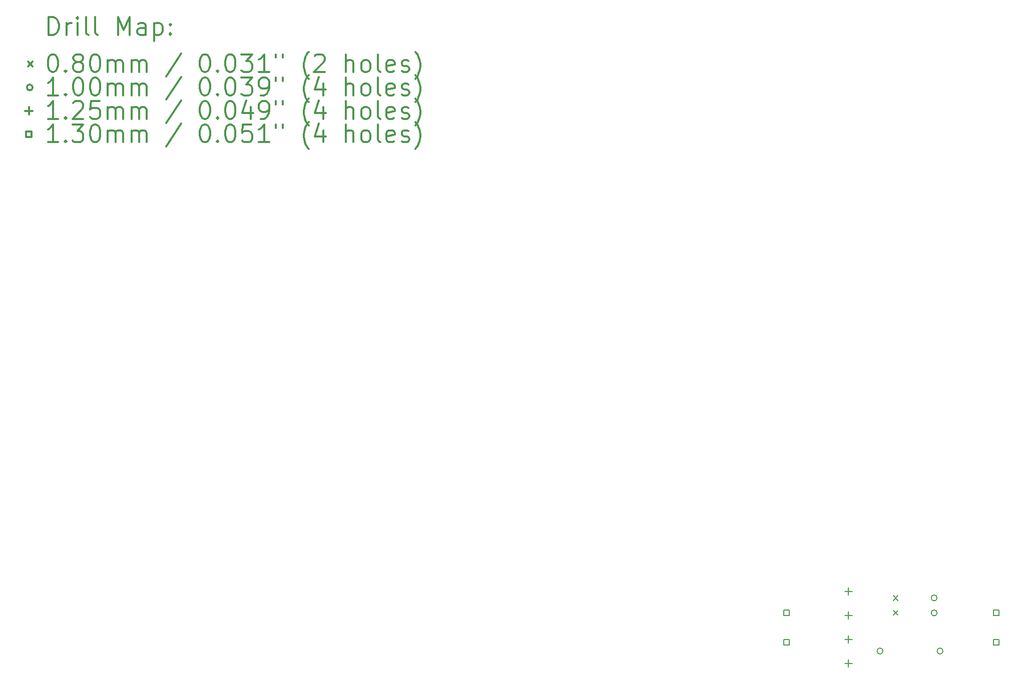
<source format=gbr>
%FSLAX45Y45*%
G04 Gerber Fmt 4.5, Leading zero omitted, Abs format (unit mm)*
G04 Created by KiCad (PCBNEW 4.0.1-stable) date 26/09/2016 11:32:56 a. m.*
%MOMM*%
G01*
G04 APERTURE LIST*
%ADD10C,0.127000*%
%ADD11C,0.200000*%
%ADD12C,0.300000*%
G04 APERTURE END LIST*
D10*
D11*
X14560000Y-9960000D02*
X14640000Y-10040000D01*
X14640000Y-9960000D02*
X14560000Y-10040000D01*
X14560000Y-10210000D02*
X14640000Y-10290000D01*
X14640000Y-10210000D02*
X14560000Y-10290000D01*
X14384038Y-10900000D02*
G75*
G03X14384038Y-10900000I-50038J0D01*
G01*
X15300038Y-10000000D02*
G75*
G03X15300038Y-10000000I-50038J0D01*
G01*
X15300038Y-10254000D02*
G75*
G03X15300038Y-10254000I-50038J0D01*
G01*
X15400038Y-10900000D02*
G75*
G03X15400038Y-10900000I-50038J0D01*
G01*
X13800000Y-9827916D02*
X13800000Y-9952884D01*
X13737516Y-9890400D02*
X13862484Y-9890400D01*
X13800000Y-10234316D02*
X13800000Y-10359284D01*
X13737516Y-10296800D02*
X13862484Y-10296800D01*
X13800000Y-10640716D02*
X13800000Y-10765684D01*
X13737516Y-10703200D02*
X13862484Y-10703200D01*
X13800000Y-11047116D02*
X13800000Y-11172084D01*
X13737516Y-11109600D02*
X13862484Y-11109600D01*
X12795962Y-10295962D02*
X12795962Y-10204038D01*
X12704038Y-10204038D01*
X12704038Y-10295962D01*
X12795962Y-10295962D01*
X12795962Y-10795962D02*
X12795962Y-10704038D01*
X12704038Y-10704038D01*
X12704038Y-10795962D01*
X12795962Y-10795962D01*
X16345962Y-10295962D02*
X16345962Y-10204038D01*
X16254038Y-10204038D01*
X16254038Y-10295962D01*
X16345962Y-10295962D01*
X16345962Y-10795962D02*
X16345962Y-10704038D01*
X16254038Y-10704038D01*
X16254038Y-10795962D01*
X16345962Y-10795962D01*
D12*
X271429Y-465714D02*
X271429Y-165714D01*
X342857Y-165714D01*
X385714Y-180000D01*
X414286Y-208571D01*
X428571Y-237143D01*
X442857Y-294286D01*
X442857Y-337143D01*
X428571Y-394286D01*
X414286Y-422857D01*
X385714Y-451429D01*
X342857Y-465714D01*
X271429Y-465714D01*
X571429Y-465714D02*
X571429Y-265714D01*
X571429Y-322857D02*
X585714Y-294286D01*
X600000Y-280000D01*
X628571Y-265714D01*
X657143Y-265714D01*
X757143Y-465714D02*
X757143Y-265714D01*
X757143Y-165714D02*
X742857Y-180000D01*
X757143Y-194286D01*
X771429Y-180000D01*
X757143Y-165714D01*
X757143Y-194286D01*
X942857Y-465714D02*
X914286Y-451429D01*
X900000Y-422857D01*
X900000Y-165714D01*
X1100000Y-465714D02*
X1071429Y-451429D01*
X1057143Y-422857D01*
X1057143Y-165714D01*
X1442857Y-465714D02*
X1442857Y-165714D01*
X1542857Y-380000D01*
X1642857Y-165714D01*
X1642857Y-465714D01*
X1914286Y-465714D02*
X1914286Y-308571D01*
X1900000Y-280000D01*
X1871429Y-265714D01*
X1814286Y-265714D01*
X1785714Y-280000D01*
X1914286Y-451429D02*
X1885714Y-465714D01*
X1814286Y-465714D01*
X1785714Y-451429D01*
X1771429Y-422857D01*
X1771429Y-394286D01*
X1785714Y-365714D01*
X1814286Y-351429D01*
X1885714Y-351429D01*
X1914286Y-337143D01*
X2057143Y-265714D02*
X2057143Y-565714D01*
X2057143Y-280000D02*
X2085714Y-265714D01*
X2142857Y-265714D01*
X2171429Y-280000D01*
X2185714Y-294286D01*
X2200000Y-322857D01*
X2200000Y-408571D01*
X2185714Y-437143D01*
X2171429Y-451429D01*
X2142857Y-465714D01*
X2085714Y-465714D01*
X2057143Y-451429D01*
X2328572Y-437143D02*
X2342857Y-451429D01*
X2328572Y-465714D01*
X2314286Y-451429D01*
X2328572Y-437143D01*
X2328572Y-465714D01*
X2328572Y-280000D02*
X2342857Y-294286D01*
X2328572Y-308571D01*
X2314286Y-294286D01*
X2328572Y-280000D01*
X2328572Y-308571D01*
X-80000Y-920000D02*
X0Y-1000000D01*
X0Y-920000D02*
X-80000Y-1000000D01*
X328571Y-795714D02*
X357143Y-795714D01*
X385714Y-810000D01*
X400000Y-824286D01*
X414286Y-852857D01*
X428571Y-910000D01*
X428571Y-981429D01*
X414286Y-1038571D01*
X400000Y-1067143D01*
X385714Y-1081429D01*
X357143Y-1095714D01*
X328571Y-1095714D01*
X300000Y-1081429D01*
X285714Y-1067143D01*
X271429Y-1038571D01*
X257143Y-981429D01*
X257143Y-910000D01*
X271429Y-852857D01*
X285714Y-824286D01*
X300000Y-810000D01*
X328571Y-795714D01*
X557143Y-1067143D02*
X571429Y-1081429D01*
X557143Y-1095714D01*
X542857Y-1081429D01*
X557143Y-1067143D01*
X557143Y-1095714D01*
X742857Y-924286D02*
X714286Y-910000D01*
X700000Y-895714D01*
X685714Y-867143D01*
X685714Y-852857D01*
X700000Y-824286D01*
X714286Y-810000D01*
X742857Y-795714D01*
X800000Y-795714D01*
X828571Y-810000D01*
X842857Y-824286D01*
X857143Y-852857D01*
X857143Y-867143D01*
X842857Y-895714D01*
X828571Y-910000D01*
X800000Y-924286D01*
X742857Y-924286D01*
X714286Y-938571D01*
X700000Y-952857D01*
X685714Y-981429D01*
X685714Y-1038571D01*
X700000Y-1067143D01*
X714286Y-1081429D01*
X742857Y-1095714D01*
X800000Y-1095714D01*
X828571Y-1081429D01*
X842857Y-1067143D01*
X857143Y-1038571D01*
X857143Y-981429D01*
X842857Y-952857D01*
X828571Y-938571D01*
X800000Y-924286D01*
X1042857Y-795714D02*
X1071429Y-795714D01*
X1100000Y-810000D01*
X1114286Y-824286D01*
X1128571Y-852857D01*
X1142857Y-910000D01*
X1142857Y-981429D01*
X1128571Y-1038571D01*
X1114286Y-1067143D01*
X1100000Y-1081429D01*
X1071429Y-1095714D01*
X1042857Y-1095714D01*
X1014286Y-1081429D01*
X1000000Y-1067143D01*
X985714Y-1038571D01*
X971429Y-981429D01*
X971429Y-910000D01*
X985714Y-852857D01*
X1000000Y-824286D01*
X1014286Y-810000D01*
X1042857Y-795714D01*
X1271429Y-1095714D02*
X1271429Y-895714D01*
X1271429Y-924286D02*
X1285714Y-910000D01*
X1314286Y-895714D01*
X1357143Y-895714D01*
X1385714Y-910000D01*
X1400000Y-938571D01*
X1400000Y-1095714D01*
X1400000Y-938571D02*
X1414286Y-910000D01*
X1442857Y-895714D01*
X1485714Y-895714D01*
X1514286Y-910000D01*
X1528571Y-938571D01*
X1528571Y-1095714D01*
X1671429Y-1095714D02*
X1671429Y-895714D01*
X1671429Y-924286D02*
X1685714Y-910000D01*
X1714286Y-895714D01*
X1757143Y-895714D01*
X1785714Y-910000D01*
X1800000Y-938571D01*
X1800000Y-1095714D01*
X1800000Y-938571D02*
X1814286Y-910000D01*
X1842857Y-895714D01*
X1885714Y-895714D01*
X1914286Y-910000D01*
X1928571Y-938571D01*
X1928571Y-1095714D01*
X2514286Y-781429D02*
X2257143Y-1167143D01*
X2900000Y-795714D02*
X2928571Y-795714D01*
X2957143Y-810000D01*
X2971428Y-824286D01*
X2985714Y-852857D01*
X3000000Y-910000D01*
X3000000Y-981429D01*
X2985714Y-1038571D01*
X2971428Y-1067143D01*
X2957143Y-1081429D01*
X2928571Y-1095714D01*
X2900000Y-1095714D01*
X2871428Y-1081429D01*
X2857143Y-1067143D01*
X2842857Y-1038571D01*
X2828571Y-981429D01*
X2828571Y-910000D01*
X2842857Y-852857D01*
X2857143Y-824286D01*
X2871428Y-810000D01*
X2900000Y-795714D01*
X3128571Y-1067143D02*
X3142857Y-1081429D01*
X3128571Y-1095714D01*
X3114286Y-1081429D01*
X3128571Y-1067143D01*
X3128571Y-1095714D01*
X3328571Y-795714D02*
X3357143Y-795714D01*
X3385714Y-810000D01*
X3400000Y-824286D01*
X3414286Y-852857D01*
X3428571Y-910000D01*
X3428571Y-981429D01*
X3414286Y-1038571D01*
X3400000Y-1067143D01*
X3385714Y-1081429D01*
X3357143Y-1095714D01*
X3328571Y-1095714D01*
X3300000Y-1081429D01*
X3285714Y-1067143D01*
X3271428Y-1038571D01*
X3257143Y-981429D01*
X3257143Y-910000D01*
X3271428Y-852857D01*
X3285714Y-824286D01*
X3300000Y-810000D01*
X3328571Y-795714D01*
X3528571Y-795714D02*
X3714286Y-795714D01*
X3614286Y-910000D01*
X3657143Y-910000D01*
X3685714Y-924286D01*
X3700000Y-938571D01*
X3714286Y-967143D01*
X3714286Y-1038571D01*
X3700000Y-1067143D01*
X3685714Y-1081429D01*
X3657143Y-1095714D01*
X3571428Y-1095714D01*
X3542857Y-1081429D01*
X3528571Y-1067143D01*
X4000000Y-1095714D02*
X3828571Y-1095714D01*
X3914286Y-1095714D02*
X3914286Y-795714D01*
X3885714Y-838571D01*
X3857143Y-867143D01*
X3828571Y-881429D01*
X4114286Y-795714D02*
X4114286Y-852857D01*
X4228571Y-795714D02*
X4228571Y-852857D01*
X4671429Y-1210000D02*
X4657143Y-1195714D01*
X4628571Y-1152857D01*
X4614286Y-1124286D01*
X4600000Y-1081429D01*
X4585714Y-1010000D01*
X4585714Y-952857D01*
X4600000Y-881429D01*
X4614286Y-838571D01*
X4628571Y-810000D01*
X4657143Y-767143D01*
X4671429Y-752857D01*
X4771429Y-824286D02*
X4785714Y-810000D01*
X4814286Y-795714D01*
X4885714Y-795714D01*
X4914286Y-810000D01*
X4928571Y-824286D01*
X4942857Y-852857D01*
X4942857Y-881429D01*
X4928571Y-924286D01*
X4757143Y-1095714D01*
X4942857Y-1095714D01*
X5300000Y-1095714D02*
X5300000Y-795714D01*
X5428571Y-1095714D02*
X5428571Y-938571D01*
X5414286Y-910000D01*
X5385714Y-895714D01*
X5342857Y-895714D01*
X5314286Y-910000D01*
X5300000Y-924286D01*
X5614286Y-1095714D02*
X5585714Y-1081429D01*
X5571429Y-1067143D01*
X5557143Y-1038571D01*
X5557143Y-952857D01*
X5571429Y-924286D01*
X5585714Y-910000D01*
X5614286Y-895714D01*
X5657143Y-895714D01*
X5685714Y-910000D01*
X5700000Y-924286D01*
X5714286Y-952857D01*
X5714286Y-1038571D01*
X5700000Y-1067143D01*
X5685714Y-1081429D01*
X5657143Y-1095714D01*
X5614286Y-1095714D01*
X5885714Y-1095714D02*
X5857143Y-1081429D01*
X5842857Y-1052857D01*
X5842857Y-795714D01*
X6114286Y-1081429D02*
X6085714Y-1095714D01*
X6028571Y-1095714D01*
X6000000Y-1081429D01*
X5985714Y-1052857D01*
X5985714Y-938571D01*
X6000000Y-910000D01*
X6028571Y-895714D01*
X6085714Y-895714D01*
X6114286Y-910000D01*
X6128571Y-938571D01*
X6128571Y-967143D01*
X5985714Y-995714D01*
X6242857Y-1081429D02*
X6271429Y-1095714D01*
X6328571Y-1095714D01*
X6357143Y-1081429D01*
X6371429Y-1052857D01*
X6371429Y-1038571D01*
X6357143Y-1010000D01*
X6328571Y-995714D01*
X6285714Y-995714D01*
X6257143Y-981429D01*
X6242857Y-952857D01*
X6242857Y-938571D01*
X6257143Y-910000D01*
X6285714Y-895714D01*
X6328571Y-895714D01*
X6357143Y-910000D01*
X6471428Y-1210000D02*
X6485714Y-1195714D01*
X6514286Y-1152857D01*
X6528571Y-1124286D01*
X6542857Y-1081429D01*
X6557143Y-1010000D01*
X6557143Y-952857D01*
X6542857Y-881429D01*
X6528571Y-838571D01*
X6514286Y-810000D01*
X6485714Y-767143D01*
X6471428Y-752857D01*
X0Y-1356000D02*
G75*
G03X0Y-1356000I-50038J0D01*
G01*
X428571Y-1491714D02*
X257143Y-1491714D01*
X342857Y-1491714D02*
X342857Y-1191714D01*
X314286Y-1234571D01*
X285714Y-1263143D01*
X257143Y-1277429D01*
X557143Y-1463143D02*
X571429Y-1477429D01*
X557143Y-1491714D01*
X542857Y-1477429D01*
X557143Y-1463143D01*
X557143Y-1491714D01*
X757143Y-1191714D02*
X785714Y-1191714D01*
X814286Y-1206000D01*
X828571Y-1220286D01*
X842857Y-1248857D01*
X857143Y-1306000D01*
X857143Y-1377429D01*
X842857Y-1434571D01*
X828571Y-1463143D01*
X814286Y-1477429D01*
X785714Y-1491714D01*
X757143Y-1491714D01*
X728571Y-1477429D01*
X714286Y-1463143D01*
X700000Y-1434571D01*
X685714Y-1377429D01*
X685714Y-1306000D01*
X700000Y-1248857D01*
X714286Y-1220286D01*
X728571Y-1206000D01*
X757143Y-1191714D01*
X1042857Y-1191714D02*
X1071429Y-1191714D01*
X1100000Y-1206000D01*
X1114286Y-1220286D01*
X1128571Y-1248857D01*
X1142857Y-1306000D01*
X1142857Y-1377429D01*
X1128571Y-1434571D01*
X1114286Y-1463143D01*
X1100000Y-1477429D01*
X1071429Y-1491714D01*
X1042857Y-1491714D01*
X1014286Y-1477429D01*
X1000000Y-1463143D01*
X985714Y-1434571D01*
X971429Y-1377429D01*
X971429Y-1306000D01*
X985714Y-1248857D01*
X1000000Y-1220286D01*
X1014286Y-1206000D01*
X1042857Y-1191714D01*
X1271429Y-1491714D02*
X1271429Y-1291714D01*
X1271429Y-1320286D02*
X1285714Y-1306000D01*
X1314286Y-1291714D01*
X1357143Y-1291714D01*
X1385714Y-1306000D01*
X1400000Y-1334571D01*
X1400000Y-1491714D01*
X1400000Y-1334571D02*
X1414286Y-1306000D01*
X1442857Y-1291714D01*
X1485714Y-1291714D01*
X1514286Y-1306000D01*
X1528571Y-1334571D01*
X1528571Y-1491714D01*
X1671429Y-1491714D02*
X1671429Y-1291714D01*
X1671429Y-1320286D02*
X1685714Y-1306000D01*
X1714286Y-1291714D01*
X1757143Y-1291714D01*
X1785714Y-1306000D01*
X1800000Y-1334571D01*
X1800000Y-1491714D01*
X1800000Y-1334571D02*
X1814286Y-1306000D01*
X1842857Y-1291714D01*
X1885714Y-1291714D01*
X1914286Y-1306000D01*
X1928571Y-1334571D01*
X1928571Y-1491714D01*
X2514286Y-1177429D02*
X2257143Y-1563143D01*
X2900000Y-1191714D02*
X2928571Y-1191714D01*
X2957143Y-1206000D01*
X2971428Y-1220286D01*
X2985714Y-1248857D01*
X3000000Y-1306000D01*
X3000000Y-1377429D01*
X2985714Y-1434571D01*
X2971428Y-1463143D01*
X2957143Y-1477429D01*
X2928571Y-1491714D01*
X2900000Y-1491714D01*
X2871428Y-1477429D01*
X2857143Y-1463143D01*
X2842857Y-1434571D01*
X2828571Y-1377429D01*
X2828571Y-1306000D01*
X2842857Y-1248857D01*
X2857143Y-1220286D01*
X2871428Y-1206000D01*
X2900000Y-1191714D01*
X3128571Y-1463143D02*
X3142857Y-1477429D01*
X3128571Y-1491714D01*
X3114286Y-1477429D01*
X3128571Y-1463143D01*
X3128571Y-1491714D01*
X3328571Y-1191714D02*
X3357143Y-1191714D01*
X3385714Y-1206000D01*
X3400000Y-1220286D01*
X3414286Y-1248857D01*
X3428571Y-1306000D01*
X3428571Y-1377429D01*
X3414286Y-1434571D01*
X3400000Y-1463143D01*
X3385714Y-1477429D01*
X3357143Y-1491714D01*
X3328571Y-1491714D01*
X3300000Y-1477429D01*
X3285714Y-1463143D01*
X3271428Y-1434571D01*
X3257143Y-1377429D01*
X3257143Y-1306000D01*
X3271428Y-1248857D01*
X3285714Y-1220286D01*
X3300000Y-1206000D01*
X3328571Y-1191714D01*
X3528571Y-1191714D02*
X3714286Y-1191714D01*
X3614286Y-1306000D01*
X3657143Y-1306000D01*
X3685714Y-1320286D01*
X3700000Y-1334571D01*
X3714286Y-1363143D01*
X3714286Y-1434571D01*
X3700000Y-1463143D01*
X3685714Y-1477429D01*
X3657143Y-1491714D01*
X3571428Y-1491714D01*
X3542857Y-1477429D01*
X3528571Y-1463143D01*
X3857143Y-1491714D02*
X3914286Y-1491714D01*
X3942857Y-1477429D01*
X3957143Y-1463143D01*
X3985714Y-1420286D01*
X4000000Y-1363143D01*
X4000000Y-1248857D01*
X3985714Y-1220286D01*
X3971428Y-1206000D01*
X3942857Y-1191714D01*
X3885714Y-1191714D01*
X3857143Y-1206000D01*
X3842857Y-1220286D01*
X3828571Y-1248857D01*
X3828571Y-1320286D01*
X3842857Y-1348857D01*
X3857143Y-1363143D01*
X3885714Y-1377429D01*
X3942857Y-1377429D01*
X3971428Y-1363143D01*
X3985714Y-1348857D01*
X4000000Y-1320286D01*
X4114286Y-1191714D02*
X4114286Y-1248857D01*
X4228571Y-1191714D02*
X4228571Y-1248857D01*
X4671429Y-1606000D02*
X4657143Y-1591714D01*
X4628571Y-1548857D01*
X4614286Y-1520286D01*
X4600000Y-1477429D01*
X4585714Y-1406000D01*
X4585714Y-1348857D01*
X4600000Y-1277429D01*
X4614286Y-1234571D01*
X4628571Y-1206000D01*
X4657143Y-1163143D01*
X4671429Y-1148857D01*
X4914286Y-1291714D02*
X4914286Y-1491714D01*
X4842857Y-1177429D02*
X4771429Y-1391714D01*
X4957143Y-1391714D01*
X5300000Y-1491714D02*
X5300000Y-1191714D01*
X5428571Y-1491714D02*
X5428571Y-1334571D01*
X5414286Y-1306000D01*
X5385714Y-1291714D01*
X5342857Y-1291714D01*
X5314286Y-1306000D01*
X5300000Y-1320286D01*
X5614286Y-1491714D02*
X5585714Y-1477429D01*
X5571429Y-1463143D01*
X5557143Y-1434571D01*
X5557143Y-1348857D01*
X5571429Y-1320286D01*
X5585714Y-1306000D01*
X5614286Y-1291714D01*
X5657143Y-1291714D01*
X5685714Y-1306000D01*
X5700000Y-1320286D01*
X5714286Y-1348857D01*
X5714286Y-1434571D01*
X5700000Y-1463143D01*
X5685714Y-1477429D01*
X5657143Y-1491714D01*
X5614286Y-1491714D01*
X5885714Y-1491714D02*
X5857143Y-1477429D01*
X5842857Y-1448857D01*
X5842857Y-1191714D01*
X6114286Y-1477429D02*
X6085714Y-1491714D01*
X6028571Y-1491714D01*
X6000000Y-1477429D01*
X5985714Y-1448857D01*
X5985714Y-1334571D01*
X6000000Y-1306000D01*
X6028571Y-1291714D01*
X6085714Y-1291714D01*
X6114286Y-1306000D01*
X6128571Y-1334571D01*
X6128571Y-1363143D01*
X5985714Y-1391714D01*
X6242857Y-1477429D02*
X6271429Y-1491714D01*
X6328571Y-1491714D01*
X6357143Y-1477429D01*
X6371429Y-1448857D01*
X6371429Y-1434571D01*
X6357143Y-1406000D01*
X6328571Y-1391714D01*
X6285714Y-1391714D01*
X6257143Y-1377429D01*
X6242857Y-1348857D01*
X6242857Y-1334571D01*
X6257143Y-1306000D01*
X6285714Y-1291714D01*
X6328571Y-1291714D01*
X6357143Y-1306000D01*
X6471428Y-1606000D02*
X6485714Y-1591714D01*
X6514286Y-1548857D01*
X6528571Y-1520286D01*
X6542857Y-1477429D01*
X6557143Y-1406000D01*
X6557143Y-1348857D01*
X6542857Y-1277429D01*
X6528571Y-1234571D01*
X6514286Y-1206000D01*
X6485714Y-1163143D01*
X6471428Y-1148857D01*
X-62484Y-1689516D02*
X-62484Y-1814484D01*
X-124968Y-1752000D02*
X0Y-1752000D01*
X428571Y-1887714D02*
X257143Y-1887714D01*
X342857Y-1887714D02*
X342857Y-1587714D01*
X314286Y-1630571D01*
X285714Y-1659143D01*
X257143Y-1673429D01*
X557143Y-1859143D02*
X571429Y-1873429D01*
X557143Y-1887714D01*
X542857Y-1873429D01*
X557143Y-1859143D01*
X557143Y-1887714D01*
X685714Y-1616286D02*
X700000Y-1602000D01*
X728571Y-1587714D01*
X800000Y-1587714D01*
X828571Y-1602000D01*
X842857Y-1616286D01*
X857143Y-1644857D01*
X857143Y-1673429D01*
X842857Y-1716286D01*
X671429Y-1887714D01*
X857143Y-1887714D01*
X1128571Y-1587714D02*
X985714Y-1587714D01*
X971429Y-1730571D01*
X985714Y-1716286D01*
X1014286Y-1702000D01*
X1085714Y-1702000D01*
X1114286Y-1716286D01*
X1128571Y-1730571D01*
X1142857Y-1759143D01*
X1142857Y-1830571D01*
X1128571Y-1859143D01*
X1114286Y-1873429D01*
X1085714Y-1887714D01*
X1014286Y-1887714D01*
X985714Y-1873429D01*
X971429Y-1859143D01*
X1271429Y-1887714D02*
X1271429Y-1687714D01*
X1271429Y-1716286D02*
X1285714Y-1702000D01*
X1314286Y-1687714D01*
X1357143Y-1687714D01*
X1385714Y-1702000D01*
X1400000Y-1730571D01*
X1400000Y-1887714D01*
X1400000Y-1730571D02*
X1414286Y-1702000D01*
X1442857Y-1687714D01*
X1485714Y-1687714D01*
X1514286Y-1702000D01*
X1528571Y-1730571D01*
X1528571Y-1887714D01*
X1671429Y-1887714D02*
X1671429Y-1687714D01*
X1671429Y-1716286D02*
X1685714Y-1702000D01*
X1714286Y-1687714D01*
X1757143Y-1687714D01*
X1785714Y-1702000D01*
X1800000Y-1730571D01*
X1800000Y-1887714D01*
X1800000Y-1730571D02*
X1814286Y-1702000D01*
X1842857Y-1687714D01*
X1885714Y-1687714D01*
X1914286Y-1702000D01*
X1928571Y-1730571D01*
X1928571Y-1887714D01*
X2514286Y-1573429D02*
X2257143Y-1959143D01*
X2900000Y-1587714D02*
X2928571Y-1587714D01*
X2957143Y-1602000D01*
X2971428Y-1616286D01*
X2985714Y-1644857D01*
X3000000Y-1702000D01*
X3000000Y-1773429D01*
X2985714Y-1830571D01*
X2971428Y-1859143D01*
X2957143Y-1873429D01*
X2928571Y-1887714D01*
X2900000Y-1887714D01*
X2871428Y-1873429D01*
X2857143Y-1859143D01*
X2842857Y-1830571D01*
X2828571Y-1773429D01*
X2828571Y-1702000D01*
X2842857Y-1644857D01*
X2857143Y-1616286D01*
X2871428Y-1602000D01*
X2900000Y-1587714D01*
X3128571Y-1859143D02*
X3142857Y-1873429D01*
X3128571Y-1887714D01*
X3114286Y-1873429D01*
X3128571Y-1859143D01*
X3128571Y-1887714D01*
X3328571Y-1587714D02*
X3357143Y-1587714D01*
X3385714Y-1602000D01*
X3400000Y-1616286D01*
X3414286Y-1644857D01*
X3428571Y-1702000D01*
X3428571Y-1773429D01*
X3414286Y-1830571D01*
X3400000Y-1859143D01*
X3385714Y-1873429D01*
X3357143Y-1887714D01*
X3328571Y-1887714D01*
X3300000Y-1873429D01*
X3285714Y-1859143D01*
X3271428Y-1830571D01*
X3257143Y-1773429D01*
X3257143Y-1702000D01*
X3271428Y-1644857D01*
X3285714Y-1616286D01*
X3300000Y-1602000D01*
X3328571Y-1587714D01*
X3685714Y-1687714D02*
X3685714Y-1887714D01*
X3614286Y-1573429D02*
X3542857Y-1787714D01*
X3728571Y-1787714D01*
X3857143Y-1887714D02*
X3914286Y-1887714D01*
X3942857Y-1873429D01*
X3957143Y-1859143D01*
X3985714Y-1816286D01*
X4000000Y-1759143D01*
X4000000Y-1644857D01*
X3985714Y-1616286D01*
X3971428Y-1602000D01*
X3942857Y-1587714D01*
X3885714Y-1587714D01*
X3857143Y-1602000D01*
X3842857Y-1616286D01*
X3828571Y-1644857D01*
X3828571Y-1716286D01*
X3842857Y-1744857D01*
X3857143Y-1759143D01*
X3885714Y-1773429D01*
X3942857Y-1773429D01*
X3971428Y-1759143D01*
X3985714Y-1744857D01*
X4000000Y-1716286D01*
X4114286Y-1587714D02*
X4114286Y-1644857D01*
X4228571Y-1587714D02*
X4228571Y-1644857D01*
X4671429Y-2002000D02*
X4657143Y-1987714D01*
X4628571Y-1944857D01*
X4614286Y-1916286D01*
X4600000Y-1873429D01*
X4585714Y-1802000D01*
X4585714Y-1744857D01*
X4600000Y-1673429D01*
X4614286Y-1630571D01*
X4628571Y-1602000D01*
X4657143Y-1559143D01*
X4671429Y-1544857D01*
X4914286Y-1687714D02*
X4914286Y-1887714D01*
X4842857Y-1573429D02*
X4771429Y-1787714D01*
X4957143Y-1787714D01*
X5300000Y-1887714D02*
X5300000Y-1587714D01*
X5428571Y-1887714D02*
X5428571Y-1730571D01*
X5414286Y-1702000D01*
X5385714Y-1687714D01*
X5342857Y-1687714D01*
X5314286Y-1702000D01*
X5300000Y-1716286D01*
X5614286Y-1887714D02*
X5585714Y-1873429D01*
X5571429Y-1859143D01*
X5557143Y-1830571D01*
X5557143Y-1744857D01*
X5571429Y-1716286D01*
X5585714Y-1702000D01*
X5614286Y-1687714D01*
X5657143Y-1687714D01*
X5685714Y-1702000D01*
X5700000Y-1716286D01*
X5714286Y-1744857D01*
X5714286Y-1830571D01*
X5700000Y-1859143D01*
X5685714Y-1873429D01*
X5657143Y-1887714D01*
X5614286Y-1887714D01*
X5885714Y-1887714D02*
X5857143Y-1873429D01*
X5842857Y-1844857D01*
X5842857Y-1587714D01*
X6114286Y-1873429D02*
X6085714Y-1887714D01*
X6028571Y-1887714D01*
X6000000Y-1873429D01*
X5985714Y-1844857D01*
X5985714Y-1730571D01*
X6000000Y-1702000D01*
X6028571Y-1687714D01*
X6085714Y-1687714D01*
X6114286Y-1702000D01*
X6128571Y-1730571D01*
X6128571Y-1759143D01*
X5985714Y-1787714D01*
X6242857Y-1873429D02*
X6271429Y-1887714D01*
X6328571Y-1887714D01*
X6357143Y-1873429D01*
X6371429Y-1844857D01*
X6371429Y-1830571D01*
X6357143Y-1802000D01*
X6328571Y-1787714D01*
X6285714Y-1787714D01*
X6257143Y-1773429D01*
X6242857Y-1744857D01*
X6242857Y-1730571D01*
X6257143Y-1702000D01*
X6285714Y-1687714D01*
X6328571Y-1687714D01*
X6357143Y-1702000D01*
X6471428Y-2002000D02*
X6485714Y-1987714D01*
X6514286Y-1944857D01*
X6528571Y-1916286D01*
X6542857Y-1873429D01*
X6557143Y-1802000D01*
X6557143Y-1744857D01*
X6542857Y-1673429D01*
X6528571Y-1630571D01*
X6514286Y-1602000D01*
X6485714Y-1559143D01*
X6471428Y-1544857D01*
X-19038Y-2193962D02*
X-19038Y-2102038D01*
X-110962Y-2102038D01*
X-110962Y-2193962D01*
X-19038Y-2193962D01*
X428571Y-2283714D02*
X257143Y-2283714D01*
X342857Y-2283714D02*
X342857Y-1983714D01*
X314286Y-2026571D01*
X285714Y-2055143D01*
X257143Y-2069429D01*
X557143Y-2255143D02*
X571429Y-2269429D01*
X557143Y-2283714D01*
X542857Y-2269429D01*
X557143Y-2255143D01*
X557143Y-2283714D01*
X671429Y-1983714D02*
X857143Y-1983714D01*
X757143Y-2098000D01*
X800000Y-2098000D01*
X828571Y-2112286D01*
X842857Y-2126571D01*
X857143Y-2155143D01*
X857143Y-2226571D01*
X842857Y-2255143D01*
X828571Y-2269429D01*
X800000Y-2283714D01*
X714286Y-2283714D01*
X685714Y-2269429D01*
X671429Y-2255143D01*
X1042857Y-1983714D02*
X1071429Y-1983714D01*
X1100000Y-1998000D01*
X1114286Y-2012286D01*
X1128571Y-2040857D01*
X1142857Y-2098000D01*
X1142857Y-2169429D01*
X1128571Y-2226571D01*
X1114286Y-2255143D01*
X1100000Y-2269429D01*
X1071429Y-2283714D01*
X1042857Y-2283714D01*
X1014286Y-2269429D01*
X1000000Y-2255143D01*
X985714Y-2226571D01*
X971429Y-2169429D01*
X971429Y-2098000D01*
X985714Y-2040857D01*
X1000000Y-2012286D01*
X1014286Y-1998000D01*
X1042857Y-1983714D01*
X1271429Y-2283714D02*
X1271429Y-2083714D01*
X1271429Y-2112286D02*
X1285714Y-2098000D01*
X1314286Y-2083714D01*
X1357143Y-2083714D01*
X1385714Y-2098000D01*
X1400000Y-2126571D01*
X1400000Y-2283714D01*
X1400000Y-2126571D02*
X1414286Y-2098000D01*
X1442857Y-2083714D01*
X1485714Y-2083714D01*
X1514286Y-2098000D01*
X1528571Y-2126571D01*
X1528571Y-2283714D01*
X1671429Y-2283714D02*
X1671429Y-2083714D01*
X1671429Y-2112286D02*
X1685714Y-2098000D01*
X1714286Y-2083714D01*
X1757143Y-2083714D01*
X1785714Y-2098000D01*
X1800000Y-2126571D01*
X1800000Y-2283714D01*
X1800000Y-2126571D02*
X1814286Y-2098000D01*
X1842857Y-2083714D01*
X1885714Y-2083714D01*
X1914286Y-2098000D01*
X1928571Y-2126571D01*
X1928571Y-2283714D01*
X2514286Y-1969429D02*
X2257143Y-2355143D01*
X2900000Y-1983714D02*
X2928571Y-1983714D01*
X2957143Y-1998000D01*
X2971428Y-2012286D01*
X2985714Y-2040857D01*
X3000000Y-2098000D01*
X3000000Y-2169429D01*
X2985714Y-2226571D01*
X2971428Y-2255143D01*
X2957143Y-2269429D01*
X2928571Y-2283714D01*
X2900000Y-2283714D01*
X2871428Y-2269429D01*
X2857143Y-2255143D01*
X2842857Y-2226571D01*
X2828571Y-2169429D01*
X2828571Y-2098000D01*
X2842857Y-2040857D01*
X2857143Y-2012286D01*
X2871428Y-1998000D01*
X2900000Y-1983714D01*
X3128571Y-2255143D02*
X3142857Y-2269429D01*
X3128571Y-2283714D01*
X3114286Y-2269429D01*
X3128571Y-2255143D01*
X3128571Y-2283714D01*
X3328571Y-1983714D02*
X3357143Y-1983714D01*
X3385714Y-1998000D01*
X3400000Y-2012286D01*
X3414286Y-2040857D01*
X3428571Y-2098000D01*
X3428571Y-2169429D01*
X3414286Y-2226571D01*
X3400000Y-2255143D01*
X3385714Y-2269429D01*
X3357143Y-2283714D01*
X3328571Y-2283714D01*
X3300000Y-2269429D01*
X3285714Y-2255143D01*
X3271428Y-2226571D01*
X3257143Y-2169429D01*
X3257143Y-2098000D01*
X3271428Y-2040857D01*
X3285714Y-2012286D01*
X3300000Y-1998000D01*
X3328571Y-1983714D01*
X3700000Y-1983714D02*
X3557143Y-1983714D01*
X3542857Y-2126571D01*
X3557143Y-2112286D01*
X3585714Y-2098000D01*
X3657143Y-2098000D01*
X3685714Y-2112286D01*
X3700000Y-2126571D01*
X3714286Y-2155143D01*
X3714286Y-2226571D01*
X3700000Y-2255143D01*
X3685714Y-2269429D01*
X3657143Y-2283714D01*
X3585714Y-2283714D01*
X3557143Y-2269429D01*
X3542857Y-2255143D01*
X4000000Y-2283714D02*
X3828571Y-2283714D01*
X3914286Y-2283714D02*
X3914286Y-1983714D01*
X3885714Y-2026571D01*
X3857143Y-2055143D01*
X3828571Y-2069429D01*
X4114286Y-1983714D02*
X4114286Y-2040857D01*
X4228571Y-1983714D02*
X4228571Y-2040857D01*
X4671429Y-2398000D02*
X4657143Y-2383714D01*
X4628571Y-2340857D01*
X4614286Y-2312286D01*
X4600000Y-2269429D01*
X4585714Y-2198000D01*
X4585714Y-2140857D01*
X4600000Y-2069429D01*
X4614286Y-2026571D01*
X4628571Y-1998000D01*
X4657143Y-1955143D01*
X4671429Y-1940857D01*
X4914286Y-2083714D02*
X4914286Y-2283714D01*
X4842857Y-1969429D02*
X4771429Y-2183714D01*
X4957143Y-2183714D01*
X5300000Y-2283714D02*
X5300000Y-1983714D01*
X5428571Y-2283714D02*
X5428571Y-2126571D01*
X5414286Y-2098000D01*
X5385714Y-2083714D01*
X5342857Y-2083714D01*
X5314286Y-2098000D01*
X5300000Y-2112286D01*
X5614286Y-2283714D02*
X5585714Y-2269429D01*
X5571429Y-2255143D01*
X5557143Y-2226571D01*
X5557143Y-2140857D01*
X5571429Y-2112286D01*
X5585714Y-2098000D01*
X5614286Y-2083714D01*
X5657143Y-2083714D01*
X5685714Y-2098000D01*
X5700000Y-2112286D01*
X5714286Y-2140857D01*
X5714286Y-2226571D01*
X5700000Y-2255143D01*
X5685714Y-2269429D01*
X5657143Y-2283714D01*
X5614286Y-2283714D01*
X5885714Y-2283714D02*
X5857143Y-2269429D01*
X5842857Y-2240857D01*
X5842857Y-1983714D01*
X6114286Y-2269429D02*
X6085714Y-2283714D01*
X6028571Y-2283714D01*
X6000000Y-2269429D01*
X5985714Y-2240857D01*
X5985714Y-2126571D01*
X6000000Y-2098000D01*
X6028571Y-2083714D01*
X6085714Y-2083714D01*
X6114286Y-2098000D01*
X6128571Y-2126571D01*
X6128571Y-2155143D01*
X5985714Y-2183714D01*
X6242857Y-2269429D02*
X6271429Y-2283714D01*
X6328571Y-2283714D01*
X6357143Y-2269429D01*
X6371429Y-2240857D01*
X6371429Y-2226571D01*
X6357143Y-2198000D01*
X6328571Y-2183714D01*
X6285714Y-2183714D01*
X6257143Y-2169429D01*
X6242857Y-2140857D01*
X6242857Y-2126571D01*
X6257143Y-2098000D01*
X6285714Y-2083714D01*
X6328571Y-2083714D01*
X6357143Y-2098000D01*
X6471428Y-2398000D02*
X6485714Y-2383714D01*
X6514286Y-2340857D01*
X6528571Y-2312286D01*
X6542857Y-2269429D01*
X6557143Y-2198000D01*
X6557143Y-2140857D01*
X6542857Y-2069429D01*
X6528571Y-2026571D01*
X6514286Y-1998000D01*
X6485714Y-1955143D01*
X6471428Y-1940857D01*
M02*

</source>
